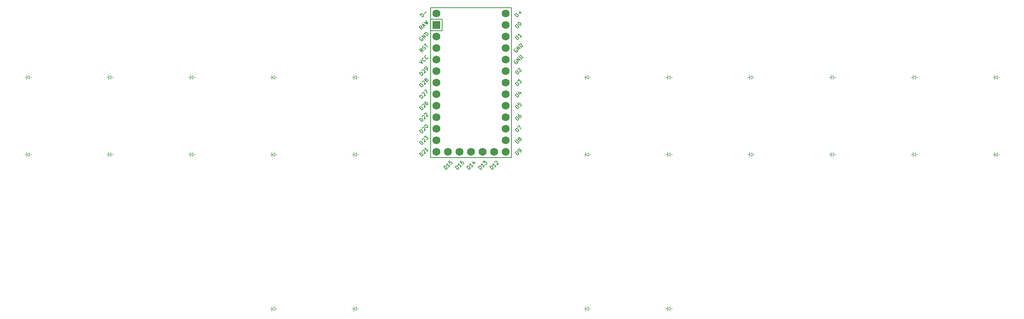
<source format=gbr>
%TF.GenerationSoftware,KiCad,Pcbnew,9.0.0*%
%TF.CreationDate,2025-03-14T12:58:10+01:00*%
%TF.ProjectId,pcb,7063622e-6b69-4636-9164-5f7063625858,v1.0.0*%
%TF.SameCoordinates,Original*%
%TF.FileFunction,Legend,Top*%
%TF.FilePolarity,Positive*%
%FSLAX46Y46*%
G04 Gerber Fmt 4.6, Leading zero omitted, Abs format (unit mm)*
G04 Created by KiCad (PCBNEW 9.0.0) date 2025-03-14 12:58:10*
%MOMM*%
%LPD*%
G01*
G04 APERTURE LIST*
%ADD10C,0.150000*%
%ADD11C,0.100000*%
%ADD12C,1.752600*%
%ADD13R,1.752600X1.752600*%
G04 APERTURE END LIST*
D10*
X186857839Y-74744523D02*
X186292154Y-74178837D01*
X186292154Y-74178837D02*
X186426841Y-74044150D01*
X186426841Y-74044150D02*
X186534590Y-73990276D01*
X186534590Y-73990276D02*
X186642340Y-73990276D01*
X186642340Y-73990276D02*
X186723152Y-74017213D01*
X186723152Y-74017213D02*
X186857839Y-74098025D01*
X186857839Y-74098025D02*
X186938651Y-74178837D01*
X186938651Y-74178837D02*
X187019463Y-74313524D01*
X187019463Y-74313524D02*
X187046401Y-74394337D01*
X187046401Y-74394337D02*
X187046401Y-74502086D01*
X187046401Y-74502086D02*
X186992526Y-74609836D01*
X186992526Y-74609836D02*
X186857839Y-74744523D01*
X187208025Y-73963338D02*
X187639024Y-73532340D01*
X186965589Y-77176773D02*
X186507653Y-77095961D01*
X186642340Y-77500022D02*
X186076654Y-76934337D01*
X186076654Y-76934337D02*
X186292154Y-76718837D01*
X186292154Y-76718837D02*
X186372966Y-76691900D01*
X186372966Y-76691900D02*
X186426841Y-76691900D01*
X186426841Y-76691900D02*
X186507653Y-76718837D01*
X186507653Y-76718837D02*
X186588465Y-76799650D01*
X186588465Y-76799650D02*
X186615402Y-76880462D01*
X186615402Y-76880462D02*
X186615402Y-76934337D01*
X186615402Y-76934337D02*
X186588465Y-77015149D01*
X186588465Y-77015149D02*
X186372966Y-77230648D01*
X187019463Y-76799650D02*
X187288837Y-76530276D01*
X187127213Y-77015149D02*
X186750089Y-76260902D01*
X186750089Y-76260902D02*
X187504337Y-76638025D01*
X187073338Y-75937653D02*
X187773710Y-76368651D01*
X187773710Y-76368651D02*
X187477399Y-75856841D01*
X187477399Y-75856841D02*
X187989210Y-76153152D01*
X187989210Y-76153152D02*
X187558211Y-75452780D01*
X186386435Y-79218431D02*
X186305623Y-79245368D01*
X186305623Y-79245368D02*
X186224811Y-79326180D01*
X186224811Y-79326180D02*
X186170936Y-79433930D01*
X186170936Y-79433930D02*
X186170936Y-79541680D01*
X186170936Y-79541680D02*
X186197873Y-79622492D01*
X186197873Y-79622492D02*
X186278685Y-79757179D01*
X186278685Y-79757179D02*
X186359498Y-79837991D01*
X186359498Y-79837991D02*
X186494185Y-79918803D01*
X186494185Y-79918803D02*
X186574997Y-79945741D01*
X186574997Y-79945741D02*
X186682746Y-79945741D01*
X186682746Y-79945741D02*
X186790496Y-79891866D01*
X186790496Y-79891866D02*
X186844371Y-79837991D01*
X186844371Y-79837991D02*
X186898246Y-79730241D01*
X186898246Y-79730241D02*
X186898246Y-79676367D01*
X186898246Y-79676367D02*
X186709684Y-79487805D01*
X186709684Y-79487805D02*
X186601934Y-79595554D01*
X187194557Y-79487805D02*
X186628872Y-78922119D01*
X186628872Y-78922119D02*
X187517806Y-79164556D01*
X187517806Y-79164556D02*
X186952120Y-78598871D01*
X187787180Y-78895182D02*
X187221494Y-78329497D01*
X187221494Y-78329497D02*
X187356181Y-78194810D01*
X187356181Y-78194810D02*
X187463931Y-78140935D01*
X187463931Y-78140935D02*
X187571680Y-78140935D01*
X187571680Y-78140935D02*
X187652493Y-78167872D01*
X187652493Y-78167872D02*
X187787180Y-78248685D01*
X187787180Y-78248685D02*
X187867992Y-78329497D01*
X187867992Y-78329497D02*
X187948804Y-78464184D01*
X187948804Y-78464184D02*
X187975741Y-78544996D01*
X187975741Y-78544996D02*
X187975741Y-78652746D01*
X187975741Y-78652746D02*
X187921867Y-78760495D01*
X187921867Y-78760495D02*
X187787180Y-78895182D01*
X187046401Y-82175961D02*
X186588465Y-82095149D01*
X186723152Y-82499210D02*
X186157467Y-81933524D01*
X186157467Y-81933524D02*
X186372966Y-81718025D01*
X186372966Y-81718025D02*
X186453778Y-81691088D01*
X186453778Y-81691088D02*
X186507653Y-81691088D01*
X186507653Y-81691088D02*
X186588465Y-81718025D01*
X186588465Y-81718025D02*
X186669277Y-81798837D01*
X186669277Y-81798837D02*
X186696215Y-81879649D01*
X186696215Y-81879649D02*
X186696215Y-81933524D01*
X186696215Y-81933524D02*
X186669277Y-82014336D01*
X186669277Y-82014336D02*
X186453778Y-82229836D01*
X187234963Y-81933524D02*
X187342712Y-81879649D01*
X187342712Y-81879649D02*
X187477399Y-81744962D01*
X187477399Y-81744962D02*
X187504337Y-81664150D01*
X187504337Y-81664150D02*
X187504337Y-81610275D01*
X187504337Y-81610275D02*
X187477399Y-81529463D01*
X187477399Y-81529463D02*
X187423525Y-81475588D01*
X187423525Y-81475588D02*
X187342712Y-81448651D01*
X187342712Y-81448651D02*
X187288838Y-81448651D01*
X187288838Y-81448651D02*
X187208025Y-81475588D01*
X187208025Y-81475588D02*
X187073338Y-81556401D01*
X187073338Y-81556401D02*
X186992526Y-81583338D01*
X186992526Y-81583338D02*
X186938651Y-81583338D01*
X186938651Y-81583338D02*
X186857839Y-81556401D01*
X186857839Y-81556401D02*
X186803964Y-81502526D01*
X186803964Y-81502526D02*
X186777027Y-81421714D01*
X186777027Y-81421714D02*
X186777027Y-81367839D01*
X186777027Y-81367839D02*
X186803964Y-81287027D01*
X186803964Y-81287027D02*
X186938651Y-81152340D01*
X186938651Y-81152340D02*
X187046401Y-81098465D01*
X187181088Y-80909903D02*
X187504337Y-80586654D01*
X187908398Y-81313964D02*
X187342713Y-80748278D01*
X186036248Y-84594743D02*
X186790496Y-84971866D01*
X186790496Y-84971866D02*
X186413372Y-84217619D01*
X187436993Y-84217619D02*
X187436993Y-84271494D01*
X187436993Y-84271494D02*
X187383118Y-84379244D01*
X187383118Y-84379244D02*
X187329243Y-84433118D01*
X187329243Y-84433118D02*
X187221494Y-84486993D01*
X187221494Y-84486993D02*
X187113744Y-84486993D01*
X187113744Y-84486993D02*
X187032932Y-84460056D01*
X187032932Y-84460056D02*
X186898245Y-84379244D01*
X186898245Y-84379244D02*
X186817433Y-84298431D01*
X186817433Y-84298431D02*
X186736621Y-84163744D01*
X186736621Y-84163744D02*
X186709683Y-84082932D01*
X186709683Y-84082932D02*
X186709683Y-83975183D01*
X186709683Y-83975183D02*
X186763558Y-83867433D01*
X186763558Y-83867433D02*
X186817433Y-83813558D01*
X186817433Y-83813558D02*
X186925182Y-83759683D01*
X186925182Y-83759683D02*
X186979057Y-83759683D01*
X188002678Y-83651934D02*
X188002678Y-83705809D01*
X188002678Y-83705809D02*
X187948804Y-83813558D01*
X187948804Y-83813558D02*
X187894929Y-83867433D01*
X187894929Y-83867433D02*
X187787179Y-83921308D01*
X187787179Y-83921308D02*
X187679430Y-83921308D01*
X187679430Y-83921308D02*
X187598617Y-83894370D01*
X187598617Y-83894370D02*
X187463930Y-83813558D01*
X187463930Y-83813558D02*
X187383118Y-83732746D01*
X187383118Y-83732746D02*
X187302306Y-83598059D01*
X187302306Y-83598059D02*
X187275369Y-83517247D01*
X187275369Y-83517247D02*
X187275369Y-83409497D01*
X187275369Y-83409497D02*
X187329243Y-83301748D01*
X187329243Y-83301748D02*
X187383118Y-83247873D01*
X187383118Y-83247873D02*
X187490868Y-83193998D01*
X187490868Y-83193998D02*
X187544743Y-83193998D01*
X186669277Y-87633085D02*
X186103592Y-87067399D01*
X186103592Y-87067399D02*
X186238279Y-86932712D01*
X186238279Y-86932712D02*
X186346028Y-86878838D01*
X186346028Y-86878838D02*
X186453778Y-86878838D01*
X186453778Y-86878838D02*
X186534590Y-86905775D01*
X186534590Y-86905775D02*
X186669277Y-86986587D01*
X186669277Y-86986587D02*
X186750089Y-87067399D01*
X186750089Y-87067399D02*
X186830901Y-87202086D01*
X186830901Y-87202086D02*
X186857839Y-87282899D01*
X186857839Y-87282899D02*
X186857839Y-87390648D01*
X186857839Y-87390648D02*
X186803964Y-87498398D01*
X186803964Y-87498398D02*
X186669277Y-87633085D01*
X186696214Y-86582526D02*
X186696214Y-86528651D01*
X186696214Y-86528651D02*
X186723152Y-86447839D01*
X186723152Y-86447839D02*
X186857839Y-86313152D01*
X186857839Y-86313152D02*
X186938651Y-86286215D01*
X186938651Y-86286215D02*
X186992526Y-86286215D01*
X186992526Y-86286215D02*
X187073338Y-86313152D01*
X187073338Y-86313152D02*
X187127213Y-86367027D01*
X187127213Y-86367027D02*
X187181088Y-86474777D01*
X187181088Y-86474777D02*
X187181088Y-87121274D01*
X187181088Y-87121274D02*
X187531274Y-86771088D01*
X187800648Y-86501714D02*
X187908398Y-86393964D01*
X187908398Y-86393964D02*
X187935335Y-86313152D01*
X187935335Y-86313152D02*
X187935335Y-86259277D01*
X187935335Y-86259277D02*
X187908398Y-86124590D01*
X187908398Y-86124590D02*
X187827585Y-85989903D01*
X187827585Y-85989903D02*
X187612086Y-85774404D01*
X187612086Y-85774404D02*
X187531274Y-85747467D01*
X187531274Y-85747467D02*
X187477399Y-85747467D01*
X187477399Y-85747467D02*
X187396587Y-85774404D01*
X187396587Y-85774404D02*
X187288837Y-85882154D01*
X187288837Y-85882154D02*
X187261900Y-85962966D01*
X187261900Y-85962966D02*
X187261900Y-86016841D01*
X187261900Y-86016841D02*
X187288837Y-86097653D01*
X187288837Y-86097653D02*
X187423524Y-86232340D01*
X187423524Y-86232340D02*
X187504337Y-86259277D01*
X187504337Y-86259277D02*
X187558211Y-86259277D01*
X187558211Y-86259277D02*
X187639024Y-86232340D01*
X187639024Y-86232340D02*
X187746773Y-86124590D01*
X187746773Y-86124590D02*
X187773711Y-86043778D01*
X187773711Y-86043778D02*
X187773711Y-85989903D01*
X187773711Y-85989903D02*
X187746773Y-85909091D01*
X186669277Y-90173085D02*
X186103592Y-89607399D01*
X186103592Y-89607399D02*
X186238279Y-89472712D01*
X186238279Y-89472712D02*
X186346028Y-89418838D01*
X186346028Y-89418838D02*
X186453778Y-89418838D01*
X186453778Y-89418838D02*
X186534590Y-89445775D01*
X186534590Y-89445775D02*
X186669277Y-89526587D01*
X186669277Y-89526587D02*
X186750089Y-89607399D01*
X186750089Y-89607399D02*
X186830901Y-89742086D01*
X186830901Y-89742086D02*
X186857839Y-89822899D01*
X186857839Y-89822899D02*
X186857839Y-89930648D01*
X186857839Y-89930648D02*
X186803964Y-90038398D01*
X186803964Y-90038398D02*
X186669277Y-90173085D01*
X186696214Y-89122526D02*
X186696214Y-89068651D01*
X186696214Y-89068651D02*
X186723152Y-88987839D01*
X186723152Y-88987839D02*
X186857839Y-88853152D01*
X186857839Y-88853152D02*
X186938651Y-88826215D01*
X186938651Y-88826215D02*
X186992526Y-88826215D01*
X186992526Y-88826215D02*
X187073338Y-88853152D01*
X187073338Y-88853152D02*
X187127213Y-88907027D01*
X187127213Y-88907027D02*
X187181088Y-89014777D01*
X187181088Y-89014777D02*
X187181088Y-89661274D01*
X187181088Y-89661274D02*
X187531274Y-89311088D01*
X187531274Y-88664590D02*
X187450462Y-88691528D01*
X187450462Y-88691528D02*
X187396587Y-88691528D01*
X187396587Y-88691528D02*
X187315775Y-88664590D01*
X187315775Y-88664590D02*
X187288837Y-88637653D01*
X187288837Y-88637653D02*
X187261900Y-88556841D01*
X187261900Y-88556841D02*
X187261900Y-88502966D01*
X187261900Y-88502966D02*
X187288837Y-88422154D01*
X187288837Y-88422154D02*
X187396587Y-88314404D01*
X187396587Y-88314404D02*
X187477399Y-88287467D01*
X187477399Y-88287467D02*
X187531274Y-88287467D01*
X187531274Y-88287467D02*
X187612086Y-88314404D01*
X187612086Y-88314404D02*
X187639024Y-88341341D01*
X187639024Y-88341341D02*
X187665961Y-88422154D01*
X187665961Y-88422154D02*
X187665961Y-88476028D01*
X187665961Y-88476028D02*
X187639024Y-88556841D01*
X187639024Y-88556841D02*
X187531274Y-88664590D01*
X187531274Y-88664590D02*
X187504337Y-88745402D01*
X187504337Y-88745402D02*
X187504337Y-88799277D01*
X187504337Y-88799277D02*
X187531274Y-88880089D01*
X187531274Y-88880089D02*
X187639024Y-88987839D01*
X187639024Y-88987839D02*
X187719836Y-89014776D01*
X187719836Y-89014776D02*
X187773711Y-89014776D01*
X187773711Y-89014776D02*
X187854523Y-88987839D01*
X187854523Y-88987839D02*
X187962272Y-88880089D01*
X187962272Y-88880089D02*
X187989210Y-88799277D01*
X187989210Y-88799277D02*
X187989210Y-88745402D01*
X187989210Y-88745402D02*
X187962272Y-88664590D01*
X187962272Y-88664590D02*
X187854523Y-88556841D01*
X187854523Y-88556841D02*
X187773711Y-88529903D01*
X187773711Y-88529903D02*
X187719836Y-88529903D01*
X187719836Y-88529903D02*
X187639024Y-88556841D01*
X186669277Y-92713085D02*
X186103592Y-92147399D01*
X186103592Y-92147399D02*
X186238279Y-92012712D01*
X186238279Y-92012712D02*
X186346028Y-91958838D01*
X186346028Y-91958838D02*
X186453778Y-91958838D01*
X186453778Y-91958838D02*
X186534590Y-91985775D01*
X186534590Y-91985775D02*
X186669277Y-92066587D01*
X186669277Y-92066587D02*
X186750089Y-92147399D01*
X186750089Y-92147399D02*
X186830901Y-92282086D01*
X186830901Y-92282086D02*
X186857839Y-92362899D01*
X186857839Y-92362899D02*
X186857839Y-92470648D01*
X186857839Y-92470648D02*
X186803964Y-92578398D01*
X186803964Y-92578398D02*
X186669277Y-92713085D01*
X186696214Y-91662526D02*
X186696214Y-91608651D01*
X186696214Y-91608651D02*
X186723152Y-91527839D01*
X186723152Y-91527839D02*
X186857839Y-91393152D01*
X186857839Y-91393152D02*
X186938651Y-91366215D01*
X186938651Y-91366215D02*
X186992526Y-91366215D01*
X186992526Y-91366215D02*
X187073338Y-91393152D01*
X187073338Y-91393152D02*
X187127213Y-91447027D01*
X187127213Y-91447027D02*
X187181088Y-91554777D01*
X187181088Y-91554777D02*
X187181088Y-92201274D01*
X187181088Y-92201274D02*
X187531274Y-91851088D01*
X187154150Y-91096841D02*
X187531274Y-90719717D01*
X187531274Y-90719717D02*
X187854523Y-91527839D01*
X186669277Y-95253085D02*
X186103592Y-94687399D01*
X186103592Y-94687399D02*
X186238279Y-94552712D01*
X186238279Y-94552712D02*
X186346028Y-94498838D01*
X186346028Y-94498838D02*
X186453778Y-94498838D01*
X186453778Y-94498838D02*
X186534590Y-94525775D01*
X186534590Y-94525775D02*
X186669277Y-94606587D01*
X186669277Y-94606587D02*
X186750089Y-94687399D01*
X186750089Y-94687399D02*
X186830901Y-94822086D01*
X186830901Y-94822086D02*
X186857839Y-94902899D01*
X186857839Y-94902899D02*
X186857839Y-95010648D01*
X186857839Y-95010648D02*
X186803964Y-95118398D01*
X186803964Y-95118398D02*
X186669277Y-95253085D01*
X186696214Y-94202526D02*
X186696214Y-94148651D01*
X186696214Y-94148651D02*
X186723152Y-94067839D01*
X186723152Y-94067839D02*
X186857839Y-93933152D01*
X186857839Y-93933152D02*
X186938651Y-93906215D01*
X186938651Y-93906215D02*
X186992526Y-93906215D01*
X186992526Y-93906215D02*
X187073338Y-93933152D01*
X187073338Y-93933152D02*
X187127213Y-93987027D01*
X187127213Y-93987027D02*
X187181088Y-94094777D01*
X187181088Y-94094777D02*
X187181088Y-94741274D01*
X187181088Y-94741274D02*
X187531274Y-94391088D01*
X187450462Y-93340529D02*
X187342712Y-93448279D01*
X187342712Y-93448279D02*
X187315775Y-93529091D01*
X187315775Y-93529091D02*
X187315775Y-93582966D01*
X187315775Y-93582966D02*
X187342712Y-93717653D01*
X187342712Y-93717653D02*
X187423524Y-93852340D01*
X187423524Y-93852340D02*
X187639024Y-94067839D01*
X187639024Y-94067839D02*
X187719836Y-94094776D01*
X187719836Y-94094776D02*
X187773711Y-94094776D01*
X187773711Y-94094776D02*
X187854523Y-94067839D01*
X187854523Y-94067839D02*
X187962272Y-93960089D01*
X187962272Y-93960089D02*
X187989210Y-93879277D01*
X187989210Y-93879277D02*
X187989210Y-93825402D01*
X187989210Y-93825402D02*
X187962272Y-93744590D01*
X187962272Y-93744590D02*
X187827585Y-93609903D01*
X187827585Y-93609903D02*
X187746773Y-93582966D01*
X187746773Y-93582966D02*
X187692898Y-93582966D01*
X187692898Y-93582966D02*
X187612086Y-93609903D01*
X187612086Y-93609903D02*
X187504337Y-93717653D01*
X187504337Y-93717653D02*
X187477399Y-93798465D01*
X187477399Y-93798465D02*
X187477399Y-93852340D01*
X187477399Y-93852340D02*
X187504337Y-93933152D01*
X186669277Y-97793085D02*
X186103592Y-97227399D01*
X186103592Y-97227399D02*
X186238279Y-97092712D01*
X186238279Y-97092712D02*
X186346028Y-97038838D01*
X186346028Y-97038838D02*
X186453778Y-97038838D01*
X186453778Y-97038838D02*
X186534590Y-97065775D01*
X186534590Y-97065775D02*
X186669277Y-97146587D01*
X186669277Y-97146587D02*
X186750089Y-97227399D01*
X186750089Y-97227399D02*
X186830901Y-97362086D01*
X186830901Y-97362086D02*
X186857839Y-97442899D01*
X186857839Y-97442899D02*
X186857839Y-97550648D01*
X186857839Y-97550648D02*
X186803964Y-97658398D01*
X186803964Y-97658398D02*
X186669277Y-97793085D01*
X186696214Y-96742526D02*
X186696214Y-96688651D01*
X186696214Y-96688651D02*
X186723152Y-96607839D01*
X186723152Y-96607839D02*
X186857839Y-96473152D01*
X186857839Y-96473152D02*
X186938651Y-96446215D01*
X186938651Y-96446215D02*
X186992526Y-96446215D01*
X186992526Y-96446215D02*
X187073338Y-96473152D01*
X187073338Y-96473152D02*
X187127213Y-96527027D01*
X187127213Y-96527027D02*
X187181088Y-96634777D01*
X187181088Y-96634777D02*
X187181088Y-97281274D01*
X187181088Y-97281274D02*
X187531274Y-96931088D01*
X187234963Y-96203778D02*
X187234963Y-96149903D01*
X187234963Y-96149903D02*
X187261900Y-96069091D01*
X187261900Y-96069091D02*
X187396587Y-95934404D01*
X187396587Y-95934404D02*
X187477399Y-95907467D01*
X187477399Y-95907467D02*
X187531274Y-95907467D01*
X187531274Y-95907467D02*
X187612086Y-95934404D01*
X187612086Y-95934404D02*
X187665961Y-95988279D01*
X187665961Y-95988279D02*
X187719836Y-96096028D01*
X187719836Y-96096028D02*
X187719836Y-96742526D01*
X187719836Y-96742526D02*
X188070022Y-96392340D01*
X186669277Y-100333085D02*
X186103592Y-99767399D01*
X186103592Y-99767399D02*
X186238279Y-99632712D01*
X186238279Y-99632712D02*
X186346028Y-99578838D01*
X186346028Y-99578838D02*
X186453778Y-99578838D01*
X186453778Y-99578838D02*
X186534590Y-99605775D01*
X186534590Y-99605775D02*
X186669277Y-99686587D01*
X186669277Y-99686587D02*
X186750089Y-99767399D01*
X186750089Y-99767399D02*
X186830901Y-99902086D01*
X186830901Y-99902086D02*
X186857839Y-99982899D01*
X186857839Y-99982899D02*
X186857839Y-100090648D01*
X186857839Y-100090648D02*
X186803964Y-100198398D01*
X186803964Y-100198398D02*
X186669277Y-100333085D01*
X186696214Y-99282526D02*
X186696214Y-99228651D01*
X186696214Y-99228651D02*
X186723152Y-99147839D01*
X186723152Y-99147839D02*
X186857839Y-99013152D01*
X186857839Y-99013152D02*
X186938651Y-98986215D01*
X186938651Y-98986215D02*
X186992526Y-98986215D01*
X186992526Y-98986215D02*
X187073338Y-99013152D01*
X187073338Y-99013152D02*
X187127213Y-99067027D01*
X187127213Y-99067027D02*
X187181088Y-99174777D01*
X187181088Y-99174777D02*
X187181088Y-99821274D01*
X187181088Y-99821274D02*
X187531274Y-99471088D01*
X187315775Y-98555216D02*
X187369650Y-98501341D01*
X187369650Y-98501341D02*
X187450462Y-98474404D01*
X187450462Y-98474404D02*
X187504337Y-98474404D01*
X187504337Y-98474404D02*
X187585149Y-98501341D01*
X187585149Y-98501341D02*
X187719836Y-98582154D01*
X187719836Y-98582154D02*
X187854523Y-98716841D01*
X187854523Y-98716841D02*
X187935335Y-98851528D01*
X187935335Y-98851528D02*
X187962272Y-98932340D01*
X187962272Y-98932340D02*
X187962272Y-98986215D01*
X187962272Y-98986215D02*
X187935335Y-99067027D01*
X187935335Y-99067027D02*
X187881460Y-99120902D01*
X187881460Y-99120902D02*
X187800648Y-99147839D01*
X187800648Y-99147839D02*
X187746773Y-99147839D01*
X187746773Y-99147839D02*
X187665961Y-99120902D01*
X187665961Y-99120902D02*
X187531274Y-99040089D01*
X187531274Y-99040089D02*
X187396587Y-98905402D01*
X187396587Y-98905402D02*
X187315775Y-98770715D01*
X187315775Y-98770715D02*
X187288837Y-98689903D01*
X187288837Y-98689903D02*
X187288837Y-98636028D01*
X187288837Y-98636028D02*
X187315775Y-98555216D01*
X186669277Y-102873085D02*
X186103592Y-102307399D01*
X186103592Y-102307399D02*
X186238279Y-102172712D01*
X186238279Y-102172712D02*
X186346028Y-102118838D01*
X186346028Y-102118838D02*
X186453778Y-102118838D01*
X186453778Y-102118838D02*
X186534590Y-102145775D01*
X186534590Y-102145775D02*
X186669277Y-102226587D01*
X186669277Y-102226587D02*
X186750089Y-102307399D01*
X186750089Y-102307399D02*
X186830901Y-102442086D01*
X186830901Y-102442086D02*
X186857839Y-102522899D01*
X186857839Y-102522899D02*
X186857839Y-102630648D01*
X186857839Y-102630648D02*
X186803964Y-102738398D01*
X186803964Y-102738398D02*
X186669277Y-102873085D01*
X186696214Y-101822526D02*
X186696214Y-101768651D01*
X186696214Y-101768651D02*
X186723152Y-101687839D01*
X186723152Y-101687839D02*
X186857839Y-101553152D01*
X186857839Y-101553152D02*
X186938651Y-101526215D01*
X186938651Y-101526215D02*
X186992526Y-101526215D01*
X186992526Y-101526215D02*
X187073338Y-101553152D01*
X187073338Y-101553152D02*
X187127213Y-101607027D01*
X187127213Y-101607027D02*
X187181088Y-101714777D01*
X187181088Y-101714777D02*
X187181088Y-102361274D01*
X187181088Y-102361274D02*
X187531274Y-102011088D01*
X187154150Y-101256841D02*
X187504337Y-100906654D01*
X187504337Y-100906654D02*
X187531274Y-101310715D01*
X187531274Y-101310715D02*
X187612086Y-101229903D01*
X187612086Y-101229903D02*
X187692898Y-101202966D01*
X187692898Y-101202966D02*
X187746773Y-101202966D01*
X187746773Y-101202966D02*
X187827585Y-101229903D01*
X187827585Y-101229903D02*
X187962272Y-101364590D01*
X187962272Y-101364590D02*
X187989210Y-101445402D01*
X187989210Y-101445402D02*
X187989210Y-101499277D01*
X187989210Y-101499277D02*
X187962272Y-101580089D01*
X187962272Y-101580089D02*
X187800648Y-101741714D01*
X187800648Y-101741714D02*
X187719836Y-101768651D01*
X187719836Y-101768651D02*
X187665961Y-101768651D01*
X186669277Y-105413085D02*
X186103592Y-104847399D01*
X186103592Y-104847399D02*
X186238279Y-104712712D01*
X186238279Y-104712712D02*
X186346028Y-104658838D01*
X186346028Y-104658838D02*
X186453778Y-104658838D01*
X186453778Y-104658838D02*
X186534590Y-104685775D01*
X186534590Y-104685775D02*
X186669277Y-104766587D01*
X186669277Y-104766587D02*
X186750089Y-104847399D01*
X186750089Y-104847399D02*
X186830901Y-104982086D01*
X186830901Y-104982086D02*
X186857839Y-105062899D01*
X186857839Y-105062899D02*
X186857839Y-105170648D01*
X186857839Y-105170648D02*
X186803964Y-105278398D01*
X186803964Y-105278398D02*
X186669277Y-105413085D01*
X186696214Y-104362526D02*
X186696214Y-104308651D01*
X186696214Y-104308651D02*
X186723152Y-104227839D01*
X186723152Y-104227839D02*
X186857839Y-104093152D01*
X186857839Y-104093152D02*
X186938651Y-104066215D01*
X186938651Y-104066215D02*
X186992526Y-104066215D01*
X186992526Y-104066215D02*
X187073338Y-104093152D01*
X187073338Y-104093152D02*
X187127213Y-104147027D01*
X187127213Y-104147027D02*
X187181088Y-104254777D01*
X187181088Y-104254777D02*
X187181088Y-104901274D01*
X187181088Y-104901274D02*
X187531274Y-104551088D01*
X188070022Y-104012340D02*
X187746773Y-104335589D01*
X187908398Y-104173964D02*
X187342712Y-103608279D01*
X187342712Y-103608279D02*
X187369650Y-103742966D01*
X187369650Y-103742966D02*
X187369650Y-103850715D01*
X187369650Y-103850715D02*
X187342712Y-103931528D01*
X202149277Y-108343085D02*
X201583592Y-107777399D01*
X201583592Y-107777399D02*
X201718279Y-107642712D01*
X201718279Y-107642712D02*
X201826028Y-107588838D01*
X201826028Y-107588838D02*
X201933778Y-107588838D01*
X201933778Y-107588838D02*
X202014590Y-107615775D01*
X202014590Y-107615775D02*
X202149277Y-107696587D01*
X202149277Y-107696587D02*
X202230089Y-107777399D01*
X202230089Y-107777399D02*
X202310901Y-107912086D01*
X202310901Y-107912086D02*
X202337839Y-107992899D01*
X202337839Y-107992899D02*
X202337839Y-108100648D01*
X202337839Y-108100648D02*
X202283964Y-108208398D01*
X202283964Y-108208398D02*
X202149277Y-108343085D01*
X203011274Y-107481088D02*
X202688025Y-107804337D01*
X202849649Y-107642712D02*
X202283964Y-107077027D01*
X202283964Y-107077027D02*
X202310901Y-107211714D01*
X202310901Y-107211714D02*
X202310901Y-107319464D01*
X202310901Y-107319464D02*
X202283964Y-107400276D01*
X202714963Y-106753778D02*
X202714963Y-106699903D01*
X202714963Y-106699903D02*
X202741900Y-106619091D01*
X202741900Y-106619091D02*
X202876587Y-106484404D01*
X202876587Y-106484404D02*
X202957399Y-106457467D01*
X202957399Y-106457467D02*
X203011274Y-106457467D01*
X203011274Y-106457467D02*
X203092086Y-106484404D01*
X203092086Y-106484404D02*
X203145961Y-106538279D01*
X203145961Y-106538279D02*
X203199836Y-106646028D01*
X203199836Y-106646028D02*
X203199836Y-107292526D01*
X203199836Y-107292526D02*
X203550022Y-106942340D01*
X199609277Y-108343085D02*
X199043592Y-107777399D01*
X199043592Y-107777399D02*
X199178279Y-107642712D01*
X199178279Y-107642712D02*
X199286028Y-107588838D01*
X199286028Y-107588838D02*
X199393778Y-107588838D01*
X199393778Y-107588838D02*
X199474590Y-107615775D01*
X199474590Y-107615775D02*
X199609277Y-107696587D01*
X199609277Y-107696587D02*
X199690089Y-107777399D01*
X199690089Y-107777399D02*
X199770901Y-107912086D01*
X199770901Y-107912086D02*
X199797839Y-107992899D01*
X199797839Y-107992899D02*
X199797839Y-108100648D01*
X199797839Y-108100648D02*
X199743964Y-108208398D01*
X199743964Y-108208398D02*
X199609277Y-108343085D01*
X200471274Y-107481088D02*
X200148025Y-107804337D01*
X200309649Y-107642712D02*
X199743964Y-107077027D01*
X199743964Y-107077027D02*
X199770901Y-107211714D01*
X199770901Y-107211714D02*
X199770901Y-107319464D01*
X199770901Y-107319464D02*
X199743964Y-107400276D01*
X200094150Y-106726841D02*
X200444337Y-106376654D01*
X200444337Y-106376654D02*
X200471274Y-106780715D01*
X200471274Y-106780715D02*
X200552086Y-106699903D01*
X200552086Y-106699903D02*
X200632898Y-106672966D01*
X200632898Y-106672966D02*
X200686773Y-106672966D01*
X200686773Y-106672966D02*
X200767585Y-106699903D01*
X200767585Y-106699903D02*
X200902272Y-106834590D01*
X200902272Y-106834590D02*
X200929210Y-106915402D01*
X200929210Y-106915402D02*
X200929210Y-106969277D01*
X200929210Y-106969277D02*
X200902272Y-107050089D01*
X200902272Y-107050089D02*
X200740648Y-107211714D01*
X200740648Y-107211714D02*
X200659836Y-107238651D01*
X200659836Y-107238651D02*
X200605961Y-107238651D01*
X197069277Y-108343085D02*
X196503592Y-107777399D01*
X196503592Y-107777399D02*
X196638279Y-107642712D01*
X196638279Y-107642712D02*
X196746028Y-107588838D01*
X196746028Y-107588838D02*
X196853778Y-107588838D01*
X196853778Y-107588838D02*
X196934590Y-107615775D01*
X196934590Y-107615775D02*
X197069277Y-107696587D01*
X197069277Y-107696587D02*
X197150089Y-107777399D01*
X197150089Y-107777399D02*
X197230901Y-107912086D01*
X197230901Y-107912086D02*
X197257839Y-107992899D01*
X197257839Y-107992899D02*
X197257839Y-108100648D01*
X197257839Y-108100648D02*
X197203964Y-108208398D01*
X197203964Y-108208398D02*
X197069277Y-108343085D01*
X197931274Y-107481088D02*
X197608025Y-107804337D01*
X197769649Y-107642712D02*
X197203964Y-107077027D01*
X197203964Y-107077027D02*
X197230901Y-107211714D01*
X197230901Y-107211714D02*
X197230901Y-107319464D01*
X197230901Y-107319464D02*
X197203964Y-107400276D01*
X198039024Y-106619091D02*
X198416147Y-106996215D01*
X197688837Y-106538279D02*
X197958211Y-107077027D01*
X197958211Y-107077027D02*
X198308398Y-106726841D01*
X194529277Y-108343085D02*
X193963592Y-107777399D01*
X193963592Y-107777399D02*
X194098279Y-107642712D01*
X194098279Y-107642712D02*
X194206028Y-107588838D01*
X194206028Y-107588838D02*
X194313778Y-107588838D01*
X194313778Y-107588838D02*
X194394590Y-107615775D01*
X194394590Y-107615775D02*
X194529277Y-107696587D01*
X194529277Y-107696587D02*
X194610089Y-107777399D01*
X194610089Y-107777399D02*
X194690901Y-107912086D01*
X194690901Y-107912086D02*
X194717839Y-107992899D01*
X194717839Y-107992899D02*
X194717839Y-108100648D01*
X194717839Y-108100648D02*
X194663964Y-108208398D01*
X194663964Y-108208398D02*
X194529277Y-108343085D01*
X195391274Y-107481088D02*
X195068025Y-107804337D01*
X195229649Y-107642712D02*
X194663964Y-107077027D01*
X194663964Y-107077027D02*
X194690901Y-107211714D01*
X194690901Y-107211714D02*
X194690901Y-107319464D01*
X194690901Y-107319464D02*
X194663964Y-107400276D01*
X195337399Y-106403592D02*
X195068025Y-106672966D01*
X195068025Y-106672966D02*
X195310462Y-106969277D01*
X195310462Y-106969277D02*
X195310462Y-106915402D01*
X195310462Y-106915402D02*
X195337399Y-106834590D01*
X195337399Y-106834590D02*
X195472086Y-106699903D01*
X195472086Y-106699903D02*
X195552898Y-106672966D01*
X195552898Y-106672966D02*
X195606773Y-106672966D01*
X195606773Y-106672966D02*
X195687585Y-106699903D01*
X195687585Y-106699903D02*
X195822272Y-106834590D01*
X195822272Y-106834590D02*
X195849210Y-106915402D01*
X195849210Y-106915402D02*
X195849210Y-106969277D01*
X195849210Y-106969277D02*
X195822272Y-107050089D01*
X195822272Y-107050089D02*
X195687585Y-107184776D01*
X195687585Y-107184776D02*
X195606773Y-107211714D01*
X195606773Y-107211714D02*
X195552898Y-107211714D01*
X191989277Y-108343085D02*
X191423592Y-107777399D01*
X191423592Y-107777399D02*
X191558279Y-107642712D01*
X191558279Y-107642712D02*
X191666028Y-107588838D01*
X191666028Y-107588838D02*
X191773778Y-107588838D01*
X191773778Y-107588838D02*
X191854590Y-107615775D01*
X191854590Y-107615775D02*
X191989277Y-107696587D01*
X191989277Y-107696587D02*
X192070089Y-107777399D01*
X192070089Y-107777399D02*
X192150901Y-107912086D01*
X192150901Y-107912086D02*
X192177839Y-107992899D01*
X192177839Y-107992899D02*
X192177839Y-108100648D01*
X192177839Y-108100648D02*
X192123964Y-108208398D01*
X192123964Y-108208398D02*
X191989277Y-108343085D01*
X192851274Y-107481088D02*
X192528025Y-107804337D01*
X192689649Y-107642712D02*
X192123964Y-107077027D01*
X192123964Y-107077027D02*
X192150901Y-107211714D01*
X192150901Y-107211714D02*
X192150901Y-107319464D01*
X192150901Y-107319464D02*
X192123964Y-107400276D01*
X192797399Y-106403592D02*
X192528025Y-106672966D01*
X192528025Y-106672966D02*
X192770462Y-106969277D01*
X192770462Y-106969277D02*
X192770462Y-106915402D01*
X192770462Y-106915402D02*
X192797399Y-106834590D01*
X192797399Y-106834590D02*
X192932086Y-106699903D01*
X192932086Y-106699903D02*
X193012898Y-106672966D01*
X193012898Y-106672966D02*
X193066773Y-106672966D01*
X193066773Y-106672966D02*
X193147585Y-106699903D01*
X193147585Y-106699903D02*
X193282272Y-106834590D01*
X193282272Y-106834590D02*
X193309210Y-106915402D01*
X193309210Y-106915402D02*
X193309210Y-106969277D01*
X193309210Y-106969277D02*
X193282272Y-107050089D01*
X193282272Y-107050089D02*
X193147585Y-107184776D01*
X193147585Y-107184776D02*
X193066773Y-107211714D01*
X193066773Y-107211714D02*
X193012898Y-107211714D01*
X207657839Y-74744523D02*
X207092154Y-74178837D01*
X207092154Y-74178837D02*
X207226841Y-74044150D01*
X207226841Y-74044150D02*
X207334590Y-73990276D01*
X207334590Y-73990276D02*
X207442340Y-73990276D01*
X207442340Y-73990276D02*
X207523152Y-74017213D01*
X207523152Y-74017213D02*
X207657839Y-74098025D01*
X207657839Y-74098025D02*
X207738651Y-74178837D01*
X207738651Y-74178837D02*
X207819463Y-74313524D01*
X207819463Y-74313524D02*
X207846401Y-74394337D01*
X207846401Y-74394337D02*
X207846401Y-74502086D01*
X207846401Y-74502086D02*
X207792526Y-74609836D01*
X207792526Y-74609836D02*
X207657839Y-74744523D01*
X208008025Y-73963338D02*
X208439024Y-73532340D01*
X208439024Y-73963338D02*
X208008025Y-73532340D01*
X207738651Y-77203710D02*
X207172966Y-76638025D01*
X207172966Y-76638025D02*
X207307653Y-76503338D01*
X207307653Y-76503338D02*
X207415403Y-76449463D01*
X207415403Y-76449463D02*
X207523152Y-76449463D01*
X207523152Y-76449463D02*
X207603964Y-76476401D01*
X207603964Y-76476401D02*
X207738651Y-76557213D01*
X207738651Y-76557213D02*
X207819464Y-76638025D01*
X207819464Y-76638025D02*
X207900276Y-76772712D01*
X207900276Y-76772712D02*
X207927213Y-76853524D01*
X207927213Y-76853524D02*
X207927213Y-76961274D01*
X207927213Y-76961274D02*
X207873338Y-77069023D01*
X207873338Y-77069023D02*
X207738651Y-77203710D01*
X207846401Y-75964590D02*
X207900276Y-75910715D01*
X207900276Y-75910715D02*
X207981088Y-75883778D01*
X207981088Y-75883778D02*
X208034963Y-75883778D01*
X208034963Y-75883778D02*
X208115775Y-75910715D01*
X208115775Y-75910715D02*
X208250462Y-75991527D01*
X208250462Y-75991527D02*
X208385149Y-76126214D01*
X208385149Y-76126214D02*
X208465961Y-76260901D01*
X208465961Y-76260901D02*
X208492899Y-76341714D01*
X208492899Y-76341714D02*
X208492899Y-76395588D01*
X208492899Y-76395588D02*
X208465961Y-76476401D01*
X208465961Y-76476401D02*
X208412087Y-76530275D01*
X208412087Y-76530275D02*
X208331274Y-76557213D01*
X208331274Y-76557213D02*
X208277399Y-76557213D01*
X208277399Y-76557213D02*
X208196587Y-76530275D01*
X208196587Y-76530275D02*
X208061900Y-76449463D01*
X208061900Y-76449463D02*
X207927213Y-76314776D01*
X207927213Y-76314776D02*
X207846401Y-76180089D01*
X207846401Y-76180089D02*
X207819464Y-76099277D01*
X207819464Y-76099277D02*
X207819464Y-76045402D01*
X207819464Y-76045402D02*
X207846401Y-75964590D01*
X207738651Y-79743710D02*
X207172966Y-79178025D01*
X207172966Y-79178025D02*
X207307653Y-79043338D01*
X207307653Y-79043338D02*
X207415403Y-78989463D01*
X207415403Y-78989463D02*
X207523152Y-78989463D01*
X207523152Y-78989463D02*
X207603964Y-79016401D01*
X207603964Y-79016401D02*
X207738651Y-79097213D01*
X207738651Y-79097213D02*
X207819464Y-79178025D01*
X207819464Y-79178025D02*
X207900276Y-79312712D01*
X207900276Y-79312712D02*
X207927213Y-79393524D01*
X207927213Y-79393524D02*
X207927213Y-79501274D01*
X207927213Y-79501274D02*
X207873338Y-79609023D01*
X207873338Y-79609023D02*
X207738651Y-79743710D01*
X208600648Y-78881714D02*
X208277399Y-79204962D01*
X208439024Y-79043338D02*
X207873338Y-78477653D01*
X207873338Y-78477653D02*
X207900276Y-78612340D01*
X207900276Y-78612340D02*
X207900276Y-78720089D01*
X207900276Y-78720089D02*
X207873338Y-78800901D01*
X207186435Y-81758431D02*
X207105623Y-81785368D01*
X207105623Y-81785368D02*
X207024811Y-81866180D01*
X207024811Y-81866180D02*
X206970936Y-81973930D01*
X206970936Y-81973930D02*
X206970936Y-82081680D01*
X206970936Y-82081680D02*
X206997873Y-82162492D01*
X206997873Y-82162492D02*
X207078685Y-82297179D01*
X207078685Y-82297179D02*
X207159498Y-82377991D01*
X207159498Y-82377991D02*
X207294185Y-82458803D01*
X207294185Y-82458803D02*
X207374997Y-82485741D01*
X207374997Y-82485741D02*
X207482746Y-82485741D01*
X207482746Y-82485741D02*
X207590496Y-82431866D01*
X207590496Y-82431866D02*
X207644371Y-82377991D01*
X207644371Y-82377991D02*
X207698246Y-82270241D01*
X207698246Y-82270241D02*
X207698246Y-82216367D01*
X207698246Y-82216367D02*
X207509684Y-82027805D01*
X207509684Y-82027805D02*
X207401934Y-82135554D01*
X207994557Y-82027805D02*
X207428872Y-81462119D01*
X207428872Y-81462119D02*
X208317806Y-81704556D01*
X208317806Y-81704556D02*
X207752120Y-81138871D01*
X208587180Y-81435182D02*
X208021494Y-80869497D01*
X208021494Y-80869497D02*
X208156181Y-80734810D01*
X208156181Y-80734810D02*
X208263931Y-80680935D01*
X208263931Y-80680935D02*
X208371680Y-80680935D01*
X208371680Y-80680935D02*
X208452493Y-80707872D01*
X208452493Y-80707872D02*
X208587180Y-80788685D01*
X208587180Y-80788685D02*
X208667992Y-80869497D01*
X208667992Y-80869497D02*
X208748804Y-81004184D01*
X208748804Y-81004184D02*
X208775741Y-81084996D01*
X208775741Y-81084996D02*
X208775741Y-81192746D01*
X208775741Y-81192746D02*
X208721867Y-81300495D01*
X208721867Y-81300495D02*
X208587180Y-81435182D01*
X207186435Y-84298431D02*
X207105623Y-84325368D01*
X207105623Y-84325368D02*
X207024811Y-84406180D01*
X207024811Y-84406180D02*
X206970936Y-84513930D01*
X206970936Y-84513930D02*
X206970936Y-84621680D01*
X206970936Y-84621680D02*
X206997873Y-84702492D01*
X206997873Y-84702492D02*
X207078685Y-84837179D01*
X207078685Y-84837179D02*
X207159498Y-84917991D01*
X207159498Y-84917991D02*
X207294185Y-84998803D01*
X207294185Y-84998803D02*
X207374997Y-85025741D01*
X207374997Y-85025741D02*
X207482746Y-85025741D01*
X207482746Y-85025741D02*
X207590496Y-84971866D01*
X207590496Y-84971866D02*
X207644371Y-84917991D01*
X207644371Y-84917991D02*
X207698246Y-84810241D01*
X207698246Y-84810241D02*
X207698246Y-84756367D01*
X207698246Y-84756367D02*
X207509684Y-84567805D01*
X207509684Y-84567805D02*
X207401934Y-84675554D01*
X207994557Y-84567805D02*
X207428872Y-84002119D01*
X207428872Y-84002119D02*
X208317806Y-84244556D01*
X208317806Y-84244556D02*
X207752120Y-83678871D01*
X208587180Y-83975182D02*
X208021494Y-83409497D01*
X208021494Y-83409497D02*
X208156181Y-83274810D01*
X208156181Y-83274810D02*
X208263931Y-83220935D01*
X208263931Y-83220935D02*
X208371680Y-83220935D01*
X208371680Y-83220935D02*
X208452493Y-83247872D01*
X208452493Y-83247872D02*
X208587180Y-83328685D01*
X208587180Y-83328685D02*
X208667992Y-83409497D01*
X208667992Y-83409497D02*
X208748804Y-83544184D01*
X208748804Y-83544184D02*
X208775741Y-83624996D01*
X208775741Y-83624996D02*
X208775741Y-83732746D01*
X208775741Y-83732746D02*
X208721867Y-83840495D01*
X208721867Y-83840495D02*
X208587180Y-83975182D01*
X207738651Y-87363710D02*
X207172966Y-86798025D01*
X207172966Y-86798025D02*
X207307653Y-86663338D01*
X207307653Y-86663338D02*
X207415403Y-86609463D01*
X207415403Y-86609463D02*
X207523152Y-86609463D01*
X207523152Y-86609463D02*
X207603964Y-86636401D01*
X207603964Y-86636401D02*
X207738651Y-86717213D01*
X207738651Y-86717213D02*
X207819464Y-86798025D01*
X207819464Y-86798025D02*
X207900276Y-86932712D01*
X207900276Y-86932712D02*
X207927213Y-87013524D01*
X207927213Y-87013524D02*
X207927213Y-87121274D01*
X207927213Y-87121274D02*
X207873338Y-87229023D01*
X207873338Y-87229023D02*
X207738651Y-87363710D01*
X207765589Y-86313152D02*
X207765589Y-86259277D01*
X207765589Y-86259277D02*
X207792526Y-86178465D01*
X207792526Y-86178465D02*
X207927213Y-86043778D01*
X207927213Y-86043778D02*
X208008025Y-86016840D01*
X208008025Y-86016840D02*
X208061900Y-86016840D01*
X208061900Y-86016840D02*
X208142712Y-86043778D01*
X208142712Y-86043778D02*
X208196587Y-86097653D01*
X208196587Y-86097653D02*
X208250462Y-86205402D01*
X208250462Y-86205402D02*
X208250462Y-86851900D01*
X208250462Y-86851900D02*
X208600648Y-86501714D01*
X207738651Y-89903710D02*
X207172966Y-89338025D01*
X207172966Y-89338025D02*
X207307653Y-89203338D01*
X207307653Y-89203338D02*
X207415403Y-89149463D01*
X207415403Y-89149463D02*
X207523152Y-89149463D01*
X207523152Y-89149463D02*
X207603964Y-89176401D01*
X207603964Y-89176401D02*
X207738651Y-89257213D01*
X207738651Y-89257213D02*
X207819464Y-89338025D01*
X207819464Y-89338025D02*
X207900276Y-89472712D01*
X207900276Y-89472712D02*
X207927213Y-89553524D01*
X207927213Y-89553524D02*
X207927213Y-89661274D01*
X207927213Y-89661274D02*
X207873338Y-89769023D01*
X207873338Y-89769023D02*
X207738651Y-89903710D01*
X207684777Y-88826214D02*
X208034963Y-88476028D01*
X208034963Y-88476028D02*
X208061900Y-88880089D01*
X208061900Y-88880089D02*
X208142712Y-88799277D01*
X208142712Y-88799277D02*
X208223525Y-88772340D01*
X208223525Y-88772340D02*
X208277399Y-88772340D01*
X208277399Y-88772340D02*
X208358212Y-88799277D01*
X208358212Y-88799277D02*
X208492899Y-88933964D01*
X208492899Y-88933964D02*
X208519836Y-89014776D01*
X208519836Y-89014776D02*
X208519836Y-89068651D01*
X208519836Y-89068651D02*
X208492899Y-89149463D01*
X208492899Y-89149463D02*
X208331274Y-89311088D01*
X208331274Y-89311088D02*
X208250462Y-89338025D01*
X208250462Y-89338025D02*
X208196587Y-89338025D01*
X207738651Y-92443710D02*
X207172966Y-91878025D01*
X207172966Y-91878025D02*
X207307653Y-91743338D01*
X207307653Y-91743338D02*
X207415403Y-91689463D01*
X207415403Y-91689463D02*
X207523152Y-91689463D01*
X207523152Y-91689463D02*
X207603964Y-91716401D01*
X207603964Y-91716401D02*
X207738651Y-91797213D01*
X207738651Y-91797213D02*
X207819464Y-91878025D01*
X207819464Y-91878025D02*
X207900276Y-92012712D01*
X207900276Y-92012712D02*
X207927213Y-92093524D01*
X207927213Y-92093524D02*
X207927213Y-92201274D01*
X207927213Y-92201274D02*
X207873338Y-92309023D01*
X207873338Y-92309023D02*
X207738651Y-92443710D01*
X208169650Y-91258465D02*
X208546774Y-91635588D01*
X207819464Y-91177653D02*
X208088838Y-91716401D01*
X208088838Y-91716401D02*
X208439024Y-91366214D01*
X207738651Y-94983710D02*
X207172966Y-94418025D01*
X207172966Y-94418025D02*
X207307653Y-94283338D01*
X207307653Y-94283338D02*
X207415403Y-94229463D01*
X207415403Y-94229463D02*
X207523152Y-94229463D01*
X207523152Y-94229463D02*
X207603964Y-94256401D01*
X207603964Y-94256401D02*
X207738651Y-94337213D01*
X207738651Y-94337213D02*
X207819464Y-94418025D01*
X207819464Y-94418025D02*
X207900276Y-94552712D01*
X207900276Y-94552712D02*
X207927213Y-94633524D01*
X207927213Y-94633524D02*
X207927213Y-94741274D01*
X207927213Y-94741274D02*
X207873338Y-94849023D01*
X207873338Y-94849023D02*
X207738651Y-94983710D01*
X208008025Y-93582966D02*
X207738651Y-93852340D01*
X207738651Y-93852340D02*
X207981088Y-94148651D01*
X207981088Y-94148651D02*
X207981088Y-94094776D01*
X207981088Y-94094776D02*
X208008025Y-94013964D01*
X208008025Y-94013964D02*
X208142712Y-93879277D01*
X208142712Y-93879277D02*
X208223525Y-93852340D01*
X208223525Y-93852340D02*
X208277399Y-93852340D01*
X208277399Y-93852340D02*
X208358212Y-93879277D01*
X208358212Y-93879277D02*
X208492899Y-94013964D01*
X208492899Y-94013964D02*
X208519836Y-94094776D01*
X208519836Y-94094776D02*
X208519836Y-94148651D01*
X208519836Y-94148651D02*
X208492899Y-94229463D01*
X208492899Y-94229463D02*
X208358212Y-94364150D01*
X208358212Y-94364150D02*
X208277399Y-94391088D01*
X208277399Y-94391088D02*
X208223525Y-94391088D01*
X207738651Y-97523710D02*
X207172966Y-96958025D01*
X207172966Y-96958025D02*
X207307653Y-96823338D01*
X207307653Y-96823338D02*
X207415403Y-96769463D01*
X207415403Y-96769463D02*
X207523152Y-96769463D01*
X207523152Y-96769463D02*
X207603964Y-96796401D01*
X207603964Y-96796401D02*
X207738651Y-96877213D01*
X207738651Y-96877213D02*
X207819464Y-96958025D01*
X207819464Y-96958025D02*
X207900276Y-97092712D01*
X207900276Y-97092712D02*
X207927213Y-97173524D01*
X207927213Y-97173524D02*
X207927213Y-97281274D01*
X207927213Y-97281274D02*
X207873338Y-97389023D01*
X207873338Y-97389023D02*
X207738651Y-97523710D01*
X207981088Y-96149903D02*
X207873338Y-96257653D01*
X207873338Y-96257653D02*
X207846401Y-96338465D01*
X207846401Y-96338465D02*
X207846401Y-96392340D01*
X207846401Y-96392340D02*
X207873338Y-96527027D01*
X207873338Y-96527027D02*
X207954151Y-96661714D01*
X207954151Y-96661714D02*
X208169650Y-96877213D01*
X208169650Y-96877213D02*
X208250462Y-96904150D01*
X208250462Y-96904150D02*
X208304337Y-96904150D01*
X208304337Y-96904150D02*
X208385149Y-96877213D01*
X208385149Y-96877213D02*
X208492899Y-96769463D01*
X208492899Y-96769463D02*
X208519836Y-96688651D01*
X208519836Y-96688651D02*
X208519836Y-96634776D01*
X208519836Y-96634776D02*
X208492899Y-96553964D01*
X208492899Y-96553964D02*
X208358212Y-96419277D01*
X208358212Y-96419277D02*
X208277399Y-96392340D01*
X208277399Y-96392340D02*
X208223525Y-96392340D01*
X208223525Y-96392340D02*
X208142712Y-96419277D01*
X208142712Y-96419277D02*
X208034963Y-96527027D01*
X208034963Y-96527027D02*
X208008025Y-96607839D01*
X208008025Y-96607839D02*
X208008025Y-96661714D01*
X208008025Y-96661714D02*
X208034963Y-96742526D01*
X207738651Y-100063710D02*
X207172966Y-99498025D01*
X207172966Y-99498025D02*
X207307653Y-99363338D01*
X207307653Y-99363338D02*
X207415403Y-99309463D01*
X207415403Y-99309463D02*
X207523152Y-99309463D01*
X207523152Y-99309463D02*
X207603964Y-99336401D01*
X207603964Y-99336401D02*
X207738651Y-99417213D01*
X207738651Y-99417213D02*
X207819464Y-99498025D01*
X207819464Y-99498025D02*
X207900276Y-99632712D01*
X207900276Y-99632712D02*
X207927213Y-99713524D01*
X207927213Y-99713524D02*
X207927213Y-99821274D01*
X207927213Y-99821274D02*
X207873338Y-99929023D01*
X207873338Y-99929023D02*
X207738651Y-100063710D01*
X207684777Y-98986214D02*
X208061900Y-98609091D01*
X208061900Y-98609091D02*
X208385149Y-99417213D01*
X207738651Y-102603710D02*
X207172966Y-102038025D01*
X207172966Y-102038025D02*
X207307653Y-101903338D01*
X207307653Y-101903338D02*
X207415403Y-101849463D01*
X207415403Y-101849463D02*
X207523152Y-101849463D01*
X207523152Y-101849463D02*
X207603964Y-101876401D01*
X207603964Y-101876401D02*
X207738651Y-101957213D01*
X207738651Y-101957213D02*
X207819464Y-102038025D01*
X207819464Y-102038025D02*
X207900276Y-102172712D01*
X207900276Y-102172712D02*
X207927213Y-102253524D01*
X207927213Y-102253524D02*
X207927213Y-102361274D01*
X207927213Y-102361274D02*
X207873338Y-102469023D01*
X207873338Y-102469023D02*
X207738651Y-102603710D01*
X208061900Y-101633964D02*
X207981088Y-101660901D01*
X207981088Y-101660901D02*
X207927213Y-101660901D01*
X207927213Y-101660901D02*
X207846401Y-101633964D01*
X207846401Y-101633964D02*
X207819464Y-101607027D01*
X207819464Y-101607027D02*
X207792526Y-101526214D01*
X207792526Y-101526214D02*
X207792526Y-101472340D01*
X207792526Y-101472340D02*
X207819464Y-101391527D01*
X207819464Y-101391527D02*
X207927213Y-101283778D01*
X207927213Y-101283778D02*
X208008025Y-101256840D01*
X208008025Y-101256840D02*
X208061900Y-101256840D01*
X208061900Y-101256840D02*
X208142712Y-101283778D01*
X208142712Y-101283778D02*
X208169650Y-101310715D01*
X208169650Y-101310715D02*
X208196587Y-101391527D01*
X208196587Y-101391527D02*
X208196587Y-101445402D01*
X208196587Y-101445402D02*
X208169650Y-101526214D01*
X208169650Y-101526214D02*
X208061900Y-101633964D01*
X208061900Y-101633964D02*
X208034963Y-101714776D01*
X208034963Y-101714776D02*
X208034963Y-101768651D01*
X208034963Y-101768651D02*
X208061900Y-101849463D01*
X208061900Y-101849463D02*
X208169650Y-101957213D01*
X208169650Y-101957213D02*
X208250462Y-101984150D01*
X208250462Y-101984150D02*
X208304337Y-101984150D01*
X208304337Y-101984150D02*
X208385149Y-101957213D01*
X208385149Y-101957213D02*
X208492899Y-101849463D01*
X208492899Y-101849463D02*
X208519836Y-101768651D01*
X208519836Y-101768651D02*
X208519836Y-101714776D01*
X208519836Y-101714776D02*
X208492899Y-101633964D01*
X208492899Y-101633964D02*
X208385149Y-101526214D01*
X208385149Y-101526214D02*
X208304337Y-101499277D01*
X208304337Y-101499277D02*
X208250462Y-101499277D01*
X208250462Y-101499277D02*
X208169650Y-101526214D01*
X207738651Y-105143710D02*
X207172966Y-104578025D01*
X207172966Y-104578025D02*
X207307653Y-104443338D01*
X207307653Y-104443338D02*
X207415403Y-104389463D01*
X207415403Y-104389463D02*
X207523152Y-104389463D01*
X207523152Y-104389463D02*
X207603964Y-104416401D01*
X207603964Y-104416401D02*
X207738651Y-104497213D01*
X207738651Y-104497213D02*
X207819464Y-104578025D01*
X207819464Y-104578025D02*
X207900276Y-104712712D01*
X207900276Y-104712712D02*
X207927213Y-104793524D01*
X207927213Y-104793524D02*
X207927213Y-104901274D01*
X207927213Y-104901274D02*
X207873338Y-105009023D01*
X207873338Y-105009023D02*
X207738651Y-105143710D01*
X208331274Y-104551088D02*
X208439024Y-104443338D01*
X208439024Y-104443338D02*
X208465961Y-104362526D01*
X208465961Y-104362526D02*
X208465961Y-104308651D01*
X208465961Y-104308651D02*
X208439024Y-104173964D01*
X208439024Y-104173964D02*
X208358212Y-104039277D01*
X208358212Y-104039277D02*
X208142712Y-103823778D01*
X208142712Y-103823778D02*
X208061900Y-103796840D01*
X208061900Y-103796840D02*
X208008025Y-103796840D01*
X208008025Y-103796840D02*
X207927213Y-103823778D01*
X207927213Y-103823778D02*
X207819464Y-103931527D01*
X207819464Y-103931527D02*
X207792526Y-104012340D01*
X207792526Y-104012340D02*
X207792526Y-104066214D01*
X207792526Y-104066214D02*
X207819464Y-104147027D01*
X207819464Y-104147027D02*
X207954151Y-104281714D01*
X207954151Y-104281714D02*
X208034963Y-104308651D01*
X208034963Y-104308651D02*
X208088838Y-104308651D01*
X208088838Y-104308651D02*
X208169650Y-104281714D01*
X208169650Y-104281714D02*
X208277399Y-104173964D01*
X208277399Y-104173964D02*
X208304337Y-104093152D01*
X208304337Y-104093152D02*
X208304337Y-104039277D01*
X208304337Y-104039277D02*
X208277399Y-103958465D01*
D11*
%TO.C,D1*%
X100250000Y-105000000D02*
X100750000Y-105000000D01*
X100250000Y-105400000D02*
X99650000Y-105000000D01*
X100250000Y-104600000D02*
X100250000Y-105400000D01*
X99650000Y-105000000D02*
X100250000Y-104600000D01*
X99650000Y-105000000D02*
X99650000Y-105550000D01*
X99650000Y-105000000D02*
X99650000Y-104450000D01*
X99250000Y-105000000D02*
X99650000Y-105000000D01*
%TO.C,D2*%
X100250000Y-88000000D02*
X100750000Y-88000000D01*
X100250000Y-88400000D02*
X99650000Y-88000000D01*
X100250000Y-87600000D02*
X100250000Y-88400000D01*
X99650000Y-88000000D02*
X100250000Y-87600000D01*
X99650000Y-88000000D02*
X99650000Y-88550000D01*
X99650000Y-88000000D02*
X99650000Y-87450000D01*
X99250000Y-88000000D02*
X99650000Y-88000000D01*
%TO.C,D3*%
X118250000Y-105000000D02*
X118750000Y-105000000D01*
X118250000Y-105400000D02*
X117650000Y-105000000D01*
X118250000Y-104600000D02*
X118250000Y-105400000D01*
X117650000Y-105000000D02*
X118250000Y-104600000D01*
X117650000Y-105000000D02*
X117650000Y-105550000D01*
X117650000Y-105000000D02*
X117650000Y-104450000D01*
X117250000Y-105000000D02*
X117650000Y-105000000D01*
%TO.C,D4*%
X118250000Y-88000000D02*
X118750000Y-88000000D01*
X118250000Y-88400000D02*
X117650000Y-88000000D01*
X118250000Y-87600000D02*
X118250000Y-88400000D01*
X117650000Y-88000000D02*
X118250000Y-87600000D01*
X117650000Y-88000000D02*
X117650000Y-88550000D01*
X117650000Y-88000000D02*
X117650000Y-87450000D01*
X117250000Y-88000000D02*
X117650000Y-88000000D01*
%TO.C,D5*%
X136250000Y-105000000D02*
X136750000Y-105000000D01*
X136250000Y-105400000D02*
X135650000Y-105000000D01*
X136250000Y-104600000D02*
X136250000Y-105400000D01*
X135650000Y-105000000D02*
X136250000Y-104600000D01*
X135650000Y-105000000D02*
X135650000Y-105550000D01*
X135650000Y-105000000D02*
X135650000Y-104450000D01*
X135250000Y-105000000D02*
X135650000Y-105000000D01*
%TO.C,D6*%
X136250000Y-88000000D02*
X136750000Y-88000000D01*
X136250000Y-88400000D02*
X135650000Y-88000000D01*
X136250000Y-87600000D02*
X136250000Y-88400000D01*
X135650000Y-88000000D02*
X136250000Y-87600000D01*
X135650000Y-88000000D02*
X135650000Y-88550000D01*
X135650000Y-88000000D02*
X135650000Y-87450000D01*
X135250000Y-88000000D02*
X135650000Y-88000000D01*
%TO.C,D7*%
X154250000Y-105000000D02*
X154750000Y-105000000D01*
X154250000Y-105400000D02*
X153650000Y-105000000D01*
X154250000Y-104600000D02*
X154250000Y-105400000D01*
X153650000Y-105000000D02*
X154250000Y-104600000D01*
X153650000Y-105000000D02*
X153650000Y-105550000D01*
X153650000Y-105000000D02*
X153650000Y-104450000D01*
X153250000Y-105000000D02*
X153650000Y-105000000D01*
%TO.C,D8*%
X154250000Y-88000000D02*
X154750000Y-88000000D01*
X154250000Y-88400000D02*
X153650000Y-88000000D01*
X154250000Y-87600000D02*
X154250000Y-88400000D01*
X153650000Y-88000000D02*
X154250000Y-87600000D01*
X153650000Y-88000000D02*
X153650000Y-88550000D01*
X153650000Y-88000000D02*
X153650000Y-87450000D01*
X153250000Y-88000000D02*
X153650000Y-88000000D01*
%TO.C,D9*%
X172250000Y-105000000D02*
X172750000Y-105000000D01*
X172250000Y-105400000D02*
X171650000Y-105000000D01*
X172250000Y-104600000D02*
X172250000Y-105400000D01*
X171650000Y-105000000D02*
X172250000Y-104600000D01*
X171650000Y-105000000D02*
X171650000Y-105550000D01*
X171650000Y-105000000D02*
X171650000Y-104450000D01*
X171250000Y-105000000D02*
X171650000Y-105000000D01*
%TO.C,D10*%
X172250000Y-88000000D02*
X172750000Y-88000000D01*
X172250000Y-88400000D02*
X171650000Y-88000000D01*
X172250000Y-87600000D02*
X172250000Y-88400000D01*
X171650000Y-88000000D02*
X172250000Y-87600000D01*
X171650000Y-88000000D02*
X171650000Y-88550000D01*
X171650000Y-88000000D02*
X171650000Y-87450000D01*
X171250000Y-88000000D02*
X171650000Y-88000000D01*
%TO.C,D11*%
X223250000Y-105000000D02*
X223750000Y-105000000D01*
X223250000Y-105400000D02*
X222650000Y-105000000D01*
X223250000Y-104600000D02*
X223250000Y-105400000D01*
X222650000Y-105000000D02*
X223250000Y-104600000D01*
X222650000Y-105000000D02*
X222650000Y-105550000D01*
X222650000Y-105000000D02*
X222650000Y-104450000D01*
X222250000Y-105000000D02*
X222650000Y-105000000D01*
%TO.C,D12*%
X223250000Y-88000000D02*
X223750000Y-88000000D01*
X223250000Y-88400000D02*
X222650000Y-88000000D01*
X223250000Y-87600000D02*
X223250000Y-88400000D01*
X222650000Y-88000000D02*
X223250000Y-87600000D01*
X222650000Y-88000000D02*
X222650000Y-88550000D01*
X222650000Y-88000000D02*
X222650000Y-87450000D01*
X222250000Y-88000000D02*
X222650000Y-88000000D01*
%TO.C,D13*%
X241250000Y-105000000D02*
X241750000Y-105000000D01*
X241250000Y-105400000D02*
X240650000Y-105000000D01*
X241250000Y-104600000D02*
X241250000Y-105400000D01*
X240650000Y-105000000D02*
X241250000Y-104600000D01*
X240650000Y-105000000D02*
X240650000Y-105550000D01*
X240650000Y-105000000D02*
X240650000Y-104450000D01*
X240250000Y-105000000D02*
X240650000Y-105000000D01*
%TO.C,D14*%
X241250000Y-88000000D02*
X241750000Y-88000000D01*
X241250000Y-88400000D02*
X240650000Y-88000000D01*
X241250000Y-87600000D02*
X241250000Y-88400000D01*
X240650000Y-88000000D02*
X241250000Y-87600000D01*
X240650000Y-88000000D02*
X240650000Y-88550000D01*
X240650000Y-88000000D02*
X240650000Y-87450000D01*
X240250000Y-88000000D02*
X240650000Y-88000000D01*
%TO.C,D15*%
X259250000Y-105000000D02*
X259750000Y-105000000D01*
X259250000Y-105400000D02*
X258650000Y-105000000D01*
X259250000Y-104600000D02*
X259250000Y-105400000D01*
X258650000Y-105000000D02*
X259250000Y-104600000D01*
X258650000Y-105000000D02*
X258650000Y-105550000D01*
X258650000Y-105000000D02*
X258650000Y-104450000D01*
X258250000Y-105000000D02*
X258650000Y-105000000D01*
%TO.C,D16*%
X259250000Y-88000000D02*
X259750000Y-88000000D01*
X259250000Y-88400000D02*
X258650000Y-88000000D01*
X259250000Y-87600000D02*
X259250000Y-88400000D01*
X258650000Y-88000000D02*
X259250000Y-87600000D01*
X258650000Y-88000000D02*
X258650000Y-88550000D01*
X258650000Y-88000000D02*
X258650000Y-87450000D01*
X258250000Y-88000000D02*
X258650000Y-88000000D01*
%TO.C,D17*%
X277250000Y-105000000D02*
X277750000Y-105000000D01*
X277250000Y-105400000D02*
X276650000Y-105000000D01*
X277250000Y-104600000D02*
X277250000Y-105400000D01*
X276650000Y-105000000D02*
X277250000Y-104600000D01*
X276650000Y-105000000D02*
X276650000Y-105550000D01*
X276650000Y-105000000D02*
X276650000Y-104450000D01*
X276250000Y-105000000D02*
X276650000Y-105000000D01*
%TO.C,D18*%
X277250000Y-88000000D02*
X277750000Y-88000000D01*
X277250000Y-88400000D02*
X276650000Y-88000000D01*
X277250000Y-87600000D02*
X277250000Y-88400000D01*
X276650000Y-88000000D02*
X277250000Y-87600000D01*
X276650000Y-88000000D02*
X276650000Y-88550000D01*
X276650000Y-88000000D02*
X276650000Y-87450000D01*
X276250000Y-88000000D02*
X276650000Y-88000000D01*
%TO.C,D19*%
X295250000Y-105000000D02*
X295750000Y-105000000D01*
X295250000Y-105400000D02*
X294650000Y-105000000D01*
X295250000Y-104600000D02*
X295250000Y-105400000D01*
X294650000Y-105000000D02*
X295250000Y-104600000D01*
X294650000Y-105000000D02*
X294650000Y-105550000D01*
X294650000Y-105000000D02*
X294650000Y-104450000D01*
X294250000Y-105000000D02*
X294650000Y-105000000D01*
%TO.C,D20*%
X295250000Y-88000000D02*
X295750000Y-88000000D01*
X295250000Y-88400000D02*
X294650000Y-88000000D01*
X295250000Y-87600000D02*
X295250000Y-88400000D01*
X294650000Y-88000000D02*
X295250000Y-87600000D01*
X294650000Y-88000000D02*
X294650000Y-88550000D01*
X294650000Y-88000000D02*
X294650000Y-87450000D01*
X294250000Y-88000000D02*
X294650000Y-88000000D01*
%TO.C,D21*%
X313250000Y-105000000D02*
X313750000Y-105000000D01*
X313250000Y-105400000D02*
X312650000Y-105000000D01*
X313250000Y-104600000D02*
X313250000Y-105400000D01*
X312650000Y-105000000D02*
X313250000Y-104600000D01*
X312650000Y-105000000D02*
X312650000Y-105550000D01*
X312650000Y-105000000D02*
X312650000Y-104450000D01*
X312250000Y-105000000D02*
X312650000Y-105000000D01*
%TO.C,D22*%
X313250000Y-88000000D02*
X313750000Y-88000000D01*
X313250000Y-88400000D02*
X312650000Y-88000000D01*
X313250000Y-87600000D02*
X313250000Y-88400000D01*
X312650000Y-88000000D02*
X313250000Y-87600000D01*
X312650000Y-88000000D02*
X312650000Y-88550000D01*
X312650000Y-88000000D02*
X312650000Y-87450000D01*
X312250000Y-88000000D02*
X312650000Y-88000000D01*
%TO.C,D23*%
X154250000Y-139000000D02*
X154750000Y-139000000D01*
X154250000Y-139400000D02*
X153650000Y-139000000D01*
X154250000Y-138600000D02*
X154250000Y-139400000D01*
X153650000Y-139000000D02*
X154250000Y-138600000D01*
X153650000Y-139000000D02*
X153650000Y-139550000D01*
X153650000Y-139000000D02*
X153650000Y-138450000D01*
X153250000Y-139000000D02*
X153650000Y-139000000D01*
%TO.C,D24*%
X172250000Y-139000000D02*
X172750000Y-139000000D01*
X172250000Y-139400000D02*
X171650000Y-139000000D01*
X172250000Y-138600000D02*
X172250000Y-139400000D01*
X171650000Y-139000000D02*
X172250000Y-138600000D01*
X171650000Y-139000000D02*
X171650000Y-139550000D01*
X171650000Y-139000000D02*
X171650000Y-138450000D01*
X171250000Y-139000000D02*
X171650000Y-139000000D01*
%TO.C,D25*%
X223250000Y-139000000D02*
X223750000Y-139000000D01*
X223250000Y-139400000D02*
X222650000Y-139000000D01*
X223250000Y-138600000D02*
X223250000Y-139400000D01*
X222650000Y-139000000D02*
X223250000Y-138600000D01*
X222650000Y-139000000D02*
X222650000Y-139550000D01*
X222650000Y-139000000D02*
X222650000Y-138450000D01*
X222250000Y-139000000D02*
X222650000Y-139000000D01*
%TO.C,D26*%
X241250000Y-139000000D02*
X241750000Y-139000000D01*
X241250000Y-139400000D02*
X240650000Y-139000000D01*
X241250000Y-138600000D02*
X241250000Y-139400000D01*
X240650000Y-139000000D02*
X241250000Y-138600000D01*
X240650000Y-139000000D02*
X240650000Y-139550000D01*
X240650000Y-139000000D02*
X240650000Y-138450000D01*
X240250000Y-139000000D02*
X240650000Y-139000000D01*
D10*
%TO.C,MCU1*%
X188610000Y-72720000D02*
X188610000Y-105740000D01*
X188610000Y-105740000D02*
X206390000Y-105740000D01*
X206390000Y-105740000D02*
X206390000Y-72720000D01*
X206390000Y-72720000D02*
X188610000Y-72720000D01*
X191150000Y-75260000D02*
X191150000Y-77800000D01*
X191150000Y-75260000D02*
X188610000Y-75260000D01*
X191150000Y-77800000D02*
X188610000Y-77800000D01*
%TD*%
D12*
%TO.C,MCU1*%
X189880000Y-73990000D03*
D13*
X189880000Y-76530000D03*
D12*
X189880000Y-79070000D03*
X189880000Y-81610000D03*
X189880000Y-84150000D03*
X189880000Y-86690000D03*
X189880000Y-89230000D03*
X189880000Y-91770000D03*
X189880000Y-94310000D03*
X189880000Y-96850000D03*
X189880000Y-99390000D03*
X189880000Y-101930000D03*
X189880000Y-104470000D03*
X202580000Y-104470000D03*
X200040000Y-104470000D03*
X197500000Y-104470000D03*
X194960000Y-104470000D03*
X192420000Y-104470000D03*
X205120000Y-73990000D03*
X205120000Y-76530000D03*
X205120000Y-79070000D03*
X205120000Y-81610000D03*
X205120000Y-84150000D03*
X205120000Y-86690000D03*
X205120000Y-89230000D03*
X205120000Y-91770000D03*
X205120000Y-94310000D03*
X205120000Y-96850000D03*
X205120000Y-99390000D03*
X205120000Y-101930000D03*
X205120000Y-104470000D03*
%TD*%
M02*

</source>
